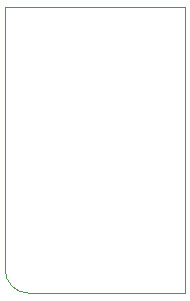
<source format=gbr>
%TF.GenerationSoftware,Altium Limited,Altium Designer,24.8.2 (39)*%
G04 Layer_Color=16711935*
%FSLAX45Y45*%
%MOMM*%
%TF.SameCoordinates,FBB41CCB-3D8C-4B0B-A071-B3836E82DD1E*%
%TF.FilePolarity,Positive*%
%TF.FileFunction,Keep-out,Top*%
%TF.Part,Single*%
G01*
G75*
%TA.AperFunction,NonConductor*%
%ADD27C,0.10000*%
D27*
Y300000D02*
G03*
X200000Y100000I200000J0D01*
G01*
X1520002D02*
Y2520000D01*
X200000Y100000D02*
X1520002D01*
X0Y2520000D02*
X1520002D01*
X0Y299999D02*
Y2520000D01*
%TF.MD5,691092f8b26584749b427333f3e26b3d*%
M02*

</source>
